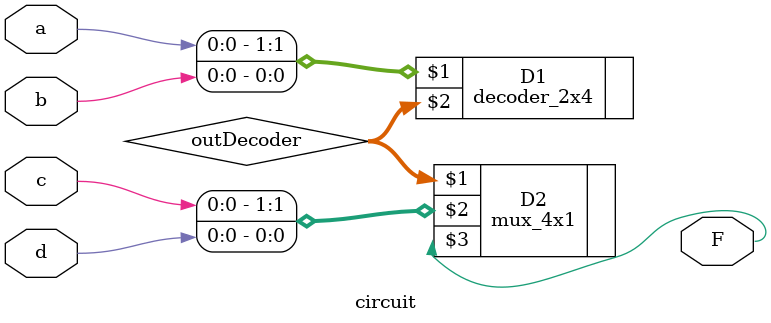
<source format=v>
module circuit(
    input a,
    input b,
    input c,
    input d,
    output F
);
    // Your code here
    wire[3:0] outDecoder;
    decoder_2x4 D1({a,b},outDecoder);
    mux_4x1 D2(outDecoder,{c,d},F);
endmodule

</source>
